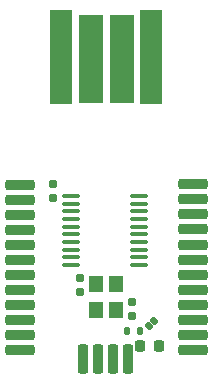
<source format=gbr>
%TF.GenerationSoftware,KiCad,Pcbnew,7.0.10*%
%TF.CreationDate,2024-05-20T02:41:19+05:30*%
%TF.ProjectId,nico-ch32v003-v1,6e69636f-2d63-4683-9332-763030332d76,rev?*%
%TF.SameCoordinates,Original*%
%TF.FileFunction,Soldermask,Top*%
%TF.FilePolarity,Negative*%
%FSLAX46Y46*%
G04 Gerber Fmt 4.6, Leading zero omitted, Abs format (unit mm)*
G04 Created by KiCad (PCBNEW 7.0.10) date 2024-05-20 02:41:19*
%MOMM*%
%LPD*%
G01*
G04 APERTURE LIST*
G04 Aperture macros list*
%AMRoundRect*
0 Rectangle with rounded corners*
0 $1 Rounding radius*
0 $2 $3 $4 $5 $6 $7 $8 $9 X,Y pos of 4 corners*
0 Add a 4 corners polygon primitive as box body*
4,1,4,$2,$3,$4,$5,$6,$7,$8,$9,$2,$3,0*
0 Add four circle primitives for the rounded corners*
1,1,$1+$1,$2,$3*
1,1,$1+$1,$4,$5*
1,1,$1+$1,$6,$7*
1,1,$1+$1,$8,$9*
0 Add four rect primitives between the rounded corners*
20,1,$1+$1,$2,$3,$4,$5,0*
20,1,$1+$1,$4,$5,$6,$7,0*
20,1,$1+$1,$6,$7,$8,$9,0*
20,1,$1+$1,$8,$9,$2,$3,0*%
G04 Aperture macros list end*
%ADD10RoundRect,0.218750X0.218750X0.256250X-0.218750X0.256250X-0.218750X-0.256250X0.218750X-0.256250X0*%
%ADD11RoundRect,0.100000X-0.637500X-0.100000X0.637500X-0.100000X0.637500X0.100000X-0.637500X0.100000X0*%
%ADD12R,1.200000X1.400000*%
%ADD13RoundRect,0.135000X-0.035355X0.226274X-0.226274X0.035355X0.035355X-0.226274X0.226274X-0.035355X0*%
%ADD14RoundRect,0.135000X0.135000X0.185000X-0.135000X0.185000X-0.135000X-0.185000X0.135000X-0.185000X0*%
%ADD15RoundRect,0.225000X-0.225000X1.025000X-0.225000X-1.025000X0.225000X-1.025000X0.225000X1.025000X0*%
%ADD16RoundRect,0.160000X0.160000X-0.197500X0.160000X0.197500X-0.160000X0.197500X-0.160000X-0.197500X0*%
%ADD17RoundRect,0.225000X1.025000X0.225000X-1.025000X0.225000X-1.025000X-0.225000X1.025000X-0.225000X0*%
%ADD18RoundRect,0.225000X-1.025000X-0.225000X1.025000X-0.225000X1.025000X0.225000X-1.025000X0.225000X0*%
%ADD19RoundRect,0.155000X0.155000X-0.212500X0.155000X0.212500X-0.155000X0.212500X-0.155000X-0.212500X0*%
%ADD20R,1.900000X8.000000*%
%ADD21R,2.000000X7.500000*%
%ADD22RoundRect,0.155000X-0.155000X0.212500X-0.155000X-0.212500X0.155000X-0.212500X0.155000X0.212500X0*%
G04 APERTURE END LIST*
D10*
%TO.C,D1*%
X103852500Y-75460000D03*
X105427500Y-75460000D03*
%TD*%
D11*
%TO.C,U1*%
X98037500Y-62735000D03*
X98037500Y-63385000D03*
X98037500Y-64035000D03*
X98037500Y-64685000D03*
X98037500Y-65335000D03*
X98037500Y-65985000D03*
X98037500Y-66635000D03*
X98037500Y-67285000D03*
X98037500Y-67935000D03*
X98037500Y-68585000D03*
X103762500Y-68585000D03*
X103762500Y-67935000D03*
X103762500Y-67285000D03*
X103762500Y-66635000D03*
X103762500Y-65985000D03*
X103762500Y-65335000D03*
X103762500Y-64685000D03*
X103762500Y-64035000D03*
X103762500Y-63385000D03*
X103762500Y-62735000D03*
%TD*%
D12*
%TO.C,Y1*%
X101814400Y-72416400D03*
X101814400Y-70216400D03*
X100114400Y-70216400D03*
X100114400Y-72416400D03*
%TD*%
D13*
%TO.C,JP1*%
X105054716Y-73331873D03*
X104651665Y-73734924D03*
%TD*%
D14*
%TO.C,R2*%
X103820000Y-74210000D03*
X102800000Y-74210000D03*
%TD*%
D15*
%TO.C,J4*%
X102880000Y-76550000D03*
X101610000Y-76550000D03*
X100340000Y-76550000D03*
X99070000Y-76550000D03*
%TD*%
D16*
%TO.C,R1*%
X96480400Y-62904700D03*
X96480400Y-61709700D03*
%TD*%
D17*
%TO.C,J3*%
X93706000Y-75820000D03*
X93686000Y-74510000D03*
X93686000Y-73240000D03*
X93686000Y-71970000D03*
X93716000Y-70660000D03*
X93716000Y-69390000D03*
X93716000Y-68120000D03*
X93716000Y-66850000D03*
X93716000Y-65580000D03*
X93716000Y-64310000D03*
X93716000Y-63040000D03*
X93716000Y-61770000D03*
%TD*%
D18*
%TO.C,J2*%
X108336000Y-61720000D03*
X108356000Y-63030000D03*
X108356000Y-64300000D03*
X108356000Y-65570000D03*
X108326000Y-66880000D03*
X108326000Y-68150000D03*
X108326000Y-69420000D03*
X108326000Y-70690000D03*
X108326000Y-71960000D03*
X108326000Y-73230000D03*
X108326000Y-74500000D03*
X108326000Y-75770000D03*
%TD*%
D19*
%TO.C,C2*%
X98766400Y-70850300D03*
X98766400Y-69715300D03*
%TD*%
D20*
%TO.C,J1*%
X97191600Y-50931500D03*
D21*
X99701600Y-51181500D03*
X102301600Y-51181500D03*
D20*
X104811600Y-50931500D03*
%TD*%
D22*
%TO.C,C1*%
X103186000Y-71747300D03*
X103186000Y-72882300D03*
%TD*%
M02*

</source>
